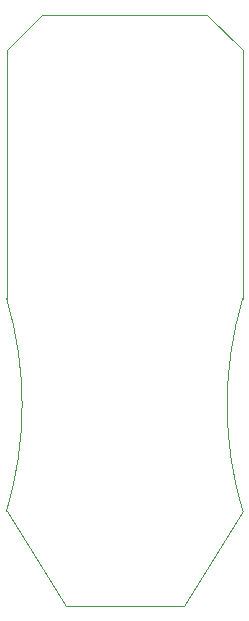
<source format=gm1>
G04 #@! TF.GenerationSoftware,KiCad,Pcbnew,7.0.9-7.0.9~ubuntu22.04.1*
G04 #@! TF.CreationDate,2023-12-24T14:58:38+01:00*
G04 #@! TF.ProjectId,UPDI programmer,55504449-2070-4726-9f67-72616d6d6572,rev?*
G04 #@! TF.SameCoordinates,Original*
G04 #@! TF.FileFunction,Profile,NP*
%FSLAX46Y46*%
G04 Gerber Fmt 4.6, Leading zero omitted, Abs format (unit mm)*
G04 Created by KiCad (PCBNEW 7.0.9-7.0.9~ubuntu22.04.1) date 2023-12-24 14:58:38*
%MOMM*%
%LPD*%
G01*
G04 APERTURE LIST*
G04 #@! TA.AperFunction,Profile*
%ADD10C,0.100000*%
G04 #@! TD*
G04 APERTURE END LIST*
D10*
X5000000Y0D02*
X10000000Y8000000D01*
X-5000000Y0D02*
X-10000000Y8000000D01*
X-10000000Y47000000D02*
X-7000000Y50000000D01*
X7000000Y50000000D02*
X10000000Y47000000D01*
X-10000000Y47000000D02*
X-10000000Y26000000D01*
X-7000000Y50000000D02*
X7000000Y50000000D01*
X-10000001Y8000000D02*
G75*
G03*
X-10000001Y26000000I-29999999J9000000D01*
G01*
X-5000000Y0D02*
X5000000Y0D01*
X10000000Y47000000D02*
X10000000Y26000000D01*
X10000001Y26000000D02*
G75*
G03*
X10000001Y8000000I29999999J-9000000D01*
G01*
M02*

</source>
